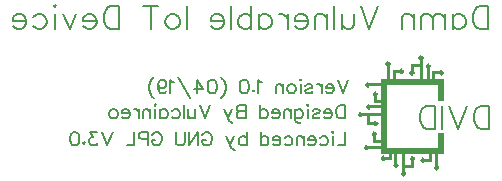
<source format=gbo>
G04 Layer: BottomSilkLayer*
G04 EasyEDA v5.9.42, Fri, 19 Apr 2019 11:27:39 GMT*
G04 62b01817c26747bfa47cc5f7c73cc831*
G04 Gerber Generator version 0.2*
G04 Scale: 100 percent, Rotated: No, Reflected: No *
G04 Dimensions in millimeters *
G04 leading zeros omitted , absolute positions ,3 integer and 3 decimal *
%FSLAX33Y33*%
%MOMM*%
G90*
G71D02*

%ADD10C,0.254000*%
%ADD22C,0.203200*%

%LPD*%
G54D22*
G01X44364Y40724D02*
G01X44364Y38784D01*
G01X44364Y40724D02*
G01X43717Y40724D01*
G01X43440Y40632D01*
G01X43255Y40447D01*
G01X43163Y40262D01*
G01X43071Y39985D01*
G01X43071Y39523D01*
G01X43163Y39246D01*
G01X43255Y39061D01*
G01X43440Y38877D01*
G01X43717Y38784D01*
G01X44364Y38784D01*
G01X42461Y40724D02*
G01X41722Y38784D01*
G01X40983Y40724D02*
G01X41722Y38784D01*
G01X40374Y40724D02*
G01X40374Y38784D01*
G01X39764Y40724D02*
G01X39764Y38784D01*
G01X39764Y40724D02*
G01X39118Y40724D01*
G01X38840Y40632D01*
G01X38656Y40447D01*
G01X38563Y40262D01*
G01X38471Y39985D01*
G01X38471Y39523D01*
G01X38563Y39246D01*
G01X38656Y39061D01*
G01X38840Y38877D01*
G01X39118Y38784D01*
G01X39764Y38784D01*
G01X32450Y42923D02*
G01X32013Y41778D01*
G01X31577Y42923D02*
G01X32013Y41778D01*
G01X31217Y42214D02*
G01X30563Y42214D01*
G01X30563Y42323D01*
G01X30617Y42432D01*
G01X30672Y42487D01*
G01X30781Y42541D01*
G01X30944Y42541D01*
G01X31053Y42487D01*
G01X31163Y42378D01*
G01X31217Y42214D01*
G01X31217Y42105D01*
G01X31163Y41941D01*
G01X31053Y41832D01*
G01X30944Y41778D01*
G01X30781Y41778D01*
G01X30672Y41832D01*
G01X30563Y41941D01*
G01X30203Y42541D02*
G01X30203Y41778D01*
G01X30203Y42214D02*
G01X30148Y42378D01*
G01X30039Y42487D01*
G01X29930Y42541D01*
G01X29766Y42541D01*
G01X28806Y42378D02*
G01X28861Y42487D01*
G01X29024Y42541D01*
G01X29188Y42541D01*
G01X29352Y42487D01*
G01X29406Y42378D01*
G01X29352Y42269D01*
G01X29243Y42214D01*
G01X28970Y42160D01*
G01X28861Y42105D01*
G01X28806Y41996D01*
G01X28806Y41941D01*
G01X28861Y41832D01*
G01X29024Y41778D01*
G01X29188Y41778D01*
G01X29352Y41832D01*
G01X29406Y41941D01*
G01X28446Y42923D02*
G01X28392Y42869D01*
G01X28337Y42923D01*
G01X28392Y42978D01*
G01X28446Y42923D01*
G01X28392Y42541D02*
G01X28392Y41778D01*
G01X27704Y42541D02*
G01X27813Y42487D01*
G01X27923Y42378D01*
G01X27977Y42214D01*
G01X27977Y42105D01*
G01X27923Y41941D01*
G01X27813Y41832D01*
G01X27704Y41778D01*
G01X27541Y41778D01*
G01X27432Y41832D01*
G01X27323Y41941D01*
G01X27268Y42105D01*
G01X27268Y42214D01*
G01X27323Y42378D01*
G01X27432Y42487D01*
G01X27541Y42541D01*
G01X27704Y42541D01*
G01X26908Y42541D02*
G01X26908Y41778D01*
G01X26908Y42323D02*
G01X26744Y42487D01*
G01X26635Y42541D01*
G01X26472Y42541D01*
G01X26363Y42487D01*
G01X26308Y42323D01*
G01X26308Y41778D01*
G01X25108Y42705D02*
G01X24999Y42760D01*
G01X24835Y42923D01*
G01X24835Y41778D01*
G01X24421Y42050D02*
G01X24475Y41996D01*
G01X24421Y41941D01*
G01X24366Y41996D01*
G01X24421Y42050D01*
G01X23679Y42923D02*
G01X23843Y42869D01*
G01X23952Y42705D01*
G01X24006Y42432D01*
G01X24006Y42269D01*
G01X23952Y41996D01*
G01X23843Y41832D01*
G01X23679Y41778D01*
G01X23570Y41778D01*
G01X23406Y41832D01*
G01X23297Y41996D01*
G01X23243Y42269D01*
G01X23243Y42432D01*
G01X23297Y42705D01*
G01X23406Y42869D01*
G01X23570Y42923D01*
G01X23679Y42923D01*
G01X21661Y43141D02*
G01X21770Y43032D01*
G01X21879Y42869D01*
G01X21988Y42650D01*
G01X22043Y42378D01*
G01X22043Y42160D01*
G01X21988Y41887D01*
G01X21879Y41669D01*
G01X21770Y41505D01*
G01X21661Y41396D01*
G01X20973Y42923D02*
G01X21137Y42869D01*
G01X21246Y42705D01*
G01X21301Y42432D01*
G01X21301Y42269D01*
G01X21246Y41996D01*
G01X21137Y41832D01*
G01X20973Y41778D01*
G01X20864Y41778D01*
G01X20701Y41832D01*
G01X20592Y41996D01*
G01X20537Y42269D01*
G01X20537Y42432D01*
G01X20592Y42705D01*
G01X20701Y42869D01*
G01X20864Y42923D01*
G01X20973Y42923D01*
G01X19632Y42923D02*
G01X20177Y42160D01*
G01X19359Y42160D01*
G01X19632Y42923D02*
G01X19632Y41778D01*
G01X18017Y43141D02*
G01X18999Y41396D01*
G01X17657Y42705D02*
G01X17548Y42760D01*
G01X17384Y42923D01*
G01X17384Y41778D01*
G01X16315Y42541D02*
G01X16370Y42378D01*
G01X16479Y42269D01*
G01X16643Y42214D01*
G01X16697Y42214D01*
G01X16861Y42269D01*
G01X16970Y42378D01*
G01X17024Y42541D01*
G01X17024Y42596D01*
G01X16970Y42760D01*
G01X16861Y42869D01*
G01X16697Y42923D01*
G01X16643Y42923D01*
G01X16479Y42869D01*
G01X16370Y42760D01*
G01X16315Y42541D01*
G01X16315Y42269D01*
G01X16370Y41996D01*
G01X16479Y41832D01*
G01X16643Y41778D01*
G01X16752Y41778D01*
G01X16915Y41832D01*
G01X16970Y41941D01*
G01X15955Y43141D02*
G01X15846Y43032D01*
G01X15737Y42869D01*
G01X15628Y42650D01*
G01X15573Y42378D01*
G01X15573Y42160D01*
G01X15628Y41887D01*
G01X15737Y41669D01*
G01X15846Y41505D01*
G01X15955Y41396D01*
G01X44279Y49145D02*
G01X44279Y47205D01*
G01X44279Y49145D02*
G01X43632Y49145D01*
G01X43355Y49053D01*
G01X43170Y48868D01*
G01X43078Y48683D01*
G01X42986Y48406D01*
G01X42986Y47944D01*
G01X43078Y47667D01*
G01X43170Y47482D01*
G01X43355Y47298D01*
G01X43632Y47205D01*
G01X44279Y47205D01*
G01X41268Y48498D02*
G01X41268Y47205D01*
G01X41268Y48221D02*
G01X41452Y48406D01*
G01X41637Y48498D01*
G01X41914Y48498D01*
G01X42099Y48406D01*
G01X42284Y48221D01*
G01X42376Y47944D01*
G01X42376Y47760D01*
G01X42284Y47482D01*
G01X42099Y47298D01*
G01X41914Y47205D01*
G01X41637Y47205D01*
G01X41452Y47298D01*
G01X41268Y47482D01*
G01X40658Y48498D02*
G01X40658Y47205D01*
G01X40658Y48129D02*
G01X40381Y48406D01*
G01X40196Y48498D01*
G01X39919Y48498D01*
G01X39734Y48406D01*
G01X39642Y48129D01*
G01X39642Y47205D01*
G01X39642Y48129D02*
G01X39365Y48406D01*
G01X39180Y48498D01*
G01X38903Y48498D01*
G01X38718Y48406D01*
G01X38626Y48129D01*
G01X38626Y47205D01*
G01X38016Y48498D02*
G01X38016Y47205D01*
G01X38016Y48129D02*
G01X37739Y48406D01*
G01X37555Y48498D01*
G01X37277Y48498D01*
G01X37093Y48406D01*
G01X37000Y48129D01*
G01X37000Y47205D01*
G01X34968Y49145D02*
G01X34229Y47205D01*
G01X33491Y49145D02*
G01X34229Y47205D01*
G01X32881Y48498D02*
G01X32881Y47575D01*
G01X32789Y47298D01*
G01X32604Y47205D01*
G01X32327Y47205D01*
G01X32142Y47298D01*
G01X31865Y47575D01*
G01X31865Y48498D02*
G01X31865Y47205D01*
G01X31255Y49145D02*
G01X31255Y47205D01*
G01X30646Y48498D02*
G01X30646Y47205D01*
G01X30646Y48129D02*
G01X30369Y48406D01*
G01X30184Y48498D01*
G01X29907Y48498D01*
G01X29722Y48406D01*
G01X29630Y48129D01*
G01X29630Y47205D01*
G01X29020Y47944D02*
G01X27912Y47944D01*
G01X27912Y48129D01*
G01X28004Y48314D01*
G01X28097Y48406D01*
G01X28281Y48498D01*
G01X28558Y48498D01*
G01X28743Y48406D01*
G01X28928Y48221D01*
G01X29020Y47944D01*
G01X29020Y47760D01*
G01X28928Y47482D01*
G01X28743Y47298D01*
G01X28558Y47205D01*
G01X28281Y47205D01*
G01X28097Y47298D01*
G01X27912Y47482D01*
G01X27302Y48498D02*
G01X27302Y47205D01*
G01X27302Y47944D02*
G01X27210Y48221D01*
G01X27025Y48406D01*
G01X26840Y48498D01*
G01X26563Y48498D01*
G01X24845Y48498D02*
G01X24845Y47205D01*
G01X24845Y48221D02*
G01X25030Y48406D01*
G01X25215Y48498D01*
G01X25492Y48498D01*
G01X25677Y48406D01*
G01X25861Y48221D01*
G01X25954Y47944D01*
G01X25954Y47760D01*
G01X25861Y47482D01*
G01X25677Y47298D01*
G01X25492Y47205D01*
G01X25215Y47205D01*
G01X25030Y47298D01*
G01X24845Y47482D01*
G01X24236Y49145D02*
G01X24236Y47205D01*
G01X24236Y48221D02*
G01X24051Y48406D01*
G01X23866Y48498D01*
G01X23589Y48498D01*
G01X23404Y48406D01*
G01X23220Y48221D01*
G01X23127Y47944D01*
G01X23127Y47760D01*
G01X23220Y47482D01*
G01X23404Y47298D01*
G01X23589Y47205D01*
G01X23866Y47205D01*
G01X24051Y47298D01*
G01X24236Y47482D01*
G01X22518Y49145D02*
G01X22518Y47205D01*
G01X21908Y47944D02*
G01X20800Y47944D01*
G01X20800Y48129D01*
G01X20892Y48314D01*
G01X20985Y48406D01*
G01X21169Y48498D01*
G01X21446Y48498D01*
G01X21631Y48406D01*
G01X21816Y48221D01*
G01X21908Y47944D01*
G01X21908Y47760D01*
G01X21816Y47482D01*
G01X21631Y47298D01*
G01X21446Y47205D01*
G01X21169Y47205D01*
G01X20985Y47298D01*
G01X20800Y47482D01*
G01X18768Y49145D02*
G01X18768Y47205D01*
G01X17696Y48498D02*
G01X17881Y48406D01*
G01X18066Y48221D01*
G01X18158Y47944D01*
G01X18158Y47760D01*
G01X18066Y47482D01*
G01X17881Y47298D01*
G01X17696Y47205D01*
G01X17419Y47205D01*
G01X17235Y47298D01*
G01X17050Y47482D01*
G01X16957Y47760D01*
G01X16957Y47944D01*
G01X17050Y48221D01*
G01X17235Y48406D01*
G01X17419Y48498D01*
G01X17696Y48498D01*
G01X15701Y49145D02*
G01X15701Y47205D01*
G01X16348Y49145D02*
G01X15055Y49145D01*
G01X13023Y49145D02*
G01X13023Y47205D01*
G01X13023Y49145D02*
G01X12376Y49145D01*
G01X12099Y49053D01*
G01X11914Y48868D01*
G01X11822Y48683D01*
G01X11730Y48406D01*
G01X11730Y47944D01*
G01X11822Y47667D01*
G01X11914Y47482D01*
G01X12099Y47298D01*
G01X12376Y47205D01*
G01X13023Y47205D01*
G01X11120Y47944D02*
G01X10012Y47944D01*
G01X10012Y48129D01*
G01X10104Y48314D01*
G01X10196Y48406D01*
G01X10381Y48498D01*
G01X10658Y48498D01*
G01X10843Y48406D01*
G01X11028Y48221D01*
G01X11120Y47944D01*
G01X11120Y47760D01*
G01X11028Y47482D01*
G01X10843Y47298D01*
G01X10658Y47205D01*
G01X10381Y47205D01*
G01X10196Y47298D01*
G01X10012Y47482D01*
G01X9402Y48498D02*
G01X8848Y47205D01*
G01X8294Y48498D02*
G01X8848Y47205D01*
G01X7684Y49145D02*
G01X7592Y49053D01*
G01X7499Y49145D01*
G01X7592Y49237D01*
G01X7684Y49145D01*
G01X7592Y48498D02*
G01X7592Y47205D01*
G01X5781Y48221D02*
G01X5966Y48406D01*
G01X6151Y48498D01*
G01X6428Y48498D01*
G01X6613Y48406D01*
G01X6797Y48221D01*
G01X6890Y47944D01*
G01X6890Y47760D01*
G01X6797Y47482D01*
G01X6613Y47298D01*
G01X6428Y47205D01*
G01X6151Y47205D01*
G01X5966Y47298D01*
G01X5781Y47482D01*
G01X5172Y47944D02*
G01X4064Y47944D01*
G01X4064Y48129D01*
G01X4156Y48314D01*
G01X4248Y48406D01*
G01X4433Y48498D01*
G01X4710Y48498D01*
G01X4895Y48406D01*
G01X5080Y48221D01*
G01X5172Y47944D01*
G01X5172Y47760D01*
G01X5080Y47482D01*
G01X4895Y47298D01*
G01X4710Y47205D01*
G01X4433Y47205D01*
G01X4248Y47298D01*
G01X4064Y47482D01*
G01X32166Y40801D02*
G01X32166Y39655D01*
G01X32166Y40801D02*
G01X31784Y40801D01*
G01X31621Y40746D01*
G01X31512Y40637D01*
G01X31457Y40528D01*
G01X31402Y40364D01*
G01X31402Y40092D01*
G01X31457Y39928D01*
G01X31512Y39819D01*
G01X31621Y39710D01*
G01X31784Y39655D01*
G01X32166Y39655D01*
G01X31042Y40092D02*
G01X30388Y40092D01*
G01X30388Y40201D01*
G01X30442Y40310D01*
G01X30497Y40364D01*
G01X30606Y40419D01*
G01X30770Y40419D01*
G01X30879Y40364D01*
G01X30988Y40255D01*
G01X31042Y40092D01*
G01X31042Y39983D01*
G01X30988Y39819D01*
G01X30879Y39710D01*
G01X30770Y39655D01*
G01X30606Y39655D01*
G01X30497Y39710D01*
G01X30388Y39819D01*
G01X29428Y40255D02*
G01X29482Y40364D01*
G01X29646Y40419D01*
G01X29810Y40419D01*
G01X29973Y40364D01*
G01X30028Y40255D01*
G01X29973Y40146D01*
G01X29864Y40092D01*
G01X29591Y40037D01*
G01X29482Y39983D01*
G01X29428Y39874D01*
G01X29428Y39819D01*
G01X29482Y39710D01*
G01X29646Y39655D01*
G01X29810Y39655D01*
G01X29973Y39710D01*
G01X30028Y39819D01*
G01X29068Y40801D02*
G01X29013Y40746D01*
G01X28959Y40801D01*
G01X29013Y40855D01*
G01X29068Y40801D01*
G01X29013Y40419D02*
G01X29013Y39655D01*
G01X27944Y40419D02*
G01X27944Y39546D01*
G01X27999Y39383D01*
G01X28053Y39328D01*
G01X28162Y39274D01*
G01X28326Y39274D01*
G01X28435Y39328D01*
G01X27944Y40255D02*
G01X28053Y40364D01*
G01X28162Y40419D01*
G01X28326Y40419D01*
G01X28435Y40364D01*
G01X28544Y40255D01*
G01X28599Y40092D01*
G01X28599Y39983D01*
G01X28544Y39819D01*
G01X28435Y39710D01*
G01X28326Y39655D01*
G01X28162Y39655D01*
G01X28053Y39710D01*
G01X27944Y39819D01*
G01X27584Y40419D02*
G01X27584Y39655D01*
G01X27584Y40201D02*
G01X27421Y40364D01*
G01X27312Y40419D01*
G01X27148Y40419D01*
G01X27039Y40364D01*
G01X26984Y40201D01*
G01X26984Y39655D01*
G01X26624Y40092D02*
G01X25970Y40092D01*
G01X25970Y40201D01*
G01X26024Y40310D01*
G01X26079Y40364D01*
G01X26188Y40419D01*
G01X26351Y40419D01*
G01X26461Y40364D01*
G01X26570Y40255D01*
G01X26624Y40092D01*
G01X26624Y39983D01*
G01X26570Y39819D01*
G01X26461Y39710D01*
G01X26351Y39655D01*
G01X26188Y39655D01*
G01X26079Y39710D01*
G01X25970Y39819D01*
G01X24955Y40801D02*
G01X24955Y39655D01*
G01X24955Y40255D02*
G01X25064Y40364D01*
G01X25173Y40419D01*
G01X25337Y40419D01*
G01X25446Y40364D01*
G01X25555Y40255D01*
G01X25610Y40092D01*
G01X25610Y39983D01*
G01X25555Y39819D01*
G01X25446Y39710D01*
G01X25337Y39655D01*
G01X25173Y39655D01*
G01X25064Y39710D01*
G01X24955Y39819D01*
G01X23755Y40801D02*
G01X23755Y39655D01*
G01X23755Y40801D02*
G01X23264Y40801D01*
G01X23101Y40746D01*
G01X23046Y40692D01*
G01X22992Y40583D01*
G01X22992Y40474D01*
G01X23046Y40364D01*
G01X23101Y40310D01*
G01X23264Y40255D01*
G01X23755Y40255D02*
G01X23264Y40255D01*
G01X23101Y40201D01*
G01X23046Y40146D01*
G01X22992Y40037D01*
G01X22992Y39874D01*
G01X23046Y39764D01*
G01X23101Y39710D01*
G01X23264Y39655D01*
G01X23755Y39655D01*
G01X22577Y40419D02*
G01X22250Y39655D01*
G01X21922Y40419D02*
G01X22250Y39655D01*
G01X22359Y39437D01*
G01X22468Y39328D01*
G01X22577Y39274D01*
G01X22632Y39274D01*
G01X20722Y40801D02*
G01X20286Y39655D01*
G01X19850Y40801D02*
G01X20286Y39655D01*
G01X19490Y40419D02*
G01X19490Y39874D01*
G01X19435Y39710D01*
G01X19326Y39655D01*
G01X19162Y39655D01*
G01X19053Y39710D01*
G01X18890Y39874D01*
G01X18890Y40419D02*
G01X18890Y39655D01*
G01X18530Y40801D02*
G01X18530Y39655D01*
G01X17515Y40255D02*
G01X17624Y40364D01*
G01X17733Y40419D01*
G01X17897Y40419D01*
G01X18006Y40364D01*
G01X18115Y40255D01*
G01X18170Y40092D01*
G01X18170Y39983D01*
G01X18115Y39819D01*
G01X18006Y39710D01*
G01X17897Y39655D01*
G01X17733Y39655D01*
G01X17624Y39710D01*
G01X17515Y39819D01*
G01X16501Y40419D02*
G01X16501Y39655D01*
G01X16501Y40255D02*
G01X16610Y40364D01*
G01X16719Y40419D01*
G01X16882Y40419D01*
G01X16992Y40364D01*
G01X17101Y40255D01*
G01X17155Y40092D01*
G01X17155Y39983D01*
G01X17101Y39819D01*
G01X16992Y39710D01*
G01X16882Y39655D01*
G01X16719Y39655D01*
G01X16610Y39710D01*
G01X16501Y39819D01*
G01X16141Y40801D02*
G01X16086Y40746D01*
G01X16032Y40801D01*
G01X16086Y40855D01*
G01X16141Y40801D01*
G01X16086Y40419D02*
G01X16086Y39655D01*
G01X15672Y40419D02*
G01X15672Y39655D01*
G01X15672Y40201D02*
G01X15508Y40364D01*
G01X15399Y40419D01*
G01X15235Y40419D01*
G01X15126Y40364D01*
G01X15072Y40201D01*
G01X15072Y39655D01*
G01X14712Y40419D02*
G01X14712Y39655D01*
G01X14712Y40092D02*
G01X14657Y40255D01*
G01X14548Y40364D01*
G01X14439Y40419D01*
G01X14275Y40419D01*
G01X13915Y40092D02*
G01X13261Y40092D01*
G01X13261Y40201D01*
G01X13315Y40310D01*
G01X13370Y40364D01*
G01X13479Y40419D01*
G01X13642Y40419D01*
G01X13752Y40364D01*
G01X13861Y40255D01*
G01X13915Y40092D01*
G01X13915Y39983D01*
G01X13861Y39819D01*
G01X13752Y39710D01*
G01X13642Y39655D01*
G01X13479Y39655D01*
G01X13370Y39710D01*
G01X13261Y39819D01*
G01X12628Y40419D02*
G01X12737Y40364D01*
G01X12846Y40255D01*
G01X12901Y40092D01*
G01X12901Y39983D01*
G01X12846Y39819D01*
G01X12737Y39710D01*
G01X12628Y39655D01*
G01X12464Y39655D01*
G01X12355Y39710D01*
G01X12246Y39819D01*
G01X12192Y39983D01*
G01X12192Y40092D01*
G01X12246Y40255D01*
G01X12355Y40364D01*
G01X12464Y40419D01*
G01X12628Y40419D01*
G01X32180Y38515D02*
G01X32180Y37369D01*
G01X32180Y37369D02*
G01X31526Y37369D01*
G01X31166Y38515D02*
G01X31111Y38460D01*
G01X31057Y38515D01*
G01X31111Y38569D01*
G01X31166Y38515D01*
G01X31111Y38133D02*
G01X31111Y37369D01*
G01X30042Y37969D02*
G01X30151Y38078D01*
G01X30260Y38133D01*
G01X30424Y38133D01*
G01X30533Y38078D01*
G01X30642Y37969D01*
G01X30697Y37806D01*
G01X30697Y37697D01*
G01X30642Y37533D01*
G01X30533Y37424D01*
G01X30424Y37369D01*
G01X30260Y37369D01*
G01X30151Y37424D01*
G01X30042Y37533D01*
G01X29682Y37806D02*
G01X29028Y37806D01*
G01X29028Y37915D01*
G01X29082Y38024D01*
G01X29137Y38078D01*
G01X29246Y38133D01*
G01X29409Y38133D01*
G01X29519Y38078D01*
G01X29628Y37969D01*
G01X29682Y37806D01*
G01X29682Y37697D01*
G01X29628Y37533D01*
G01X29519Y37424D01*
G01X29409Y37369D01*
G01X29246Y37369D01*
G01X29137Y37424D01*
G01X29028Y37533D01*
G01X28668Y38133D02*
G01X28668Y37369D01*
G01X28668Y37915D02*
G01X28504Y38078D01*
G01X28395Y38133D01*
G01X28231Y38133D01*
G01X28122Y38078D01*
G01X28068Y37915D01*
G01X28068Y37369D01*
G01X27053Y37969D02*
G01X27162Y38078D01*
G01X27271Y38133D01*
G01X27435Y38133D01*
G01X27544Y38078D01*
G01X27653Y37969D01*
G01X27708Y37806D01*
G01X27708Y37697D01*
G01X27653Y37533D01*
G01X27544Y37424D01*
G01X27435Y37369D01*
G01X27271Y37369D01*
G01X27162Y37424D01*
G01X27053Y37533D01*
G01X26693Y37806D02*
G01X26039Y37806D01*
G01X26039Y37915D01*
G01X26093Y38024D01*
G01X26148Y38078D01*
G01X26257Y38133D01*
G01X26420Y38133D01*
G01X26529Y38078D01*
G01X26639Y37969D01*
G01X26693Y37806D01*
G01X26693Y37697D01*
G01X26639Y37533D01*
G01X26529Y37424D01*
G01X26420Y37369D01*
G01X26257Y37369D01*
G01X26148Y37424D01*
G01X26039Y37533D01*
G01X25024Y38515D02*
G01X25024Y37369D01*
G01X25024Y37969D02*
G01X25133Y38078D01*
G01X25242Y38133D01*
G01X25406Y38133D01*
G01X25515Y38078D01*
G01X25624Y37969D01*
G01X25679Y37806D01*
G01X25679Y37697D01*
G01X25624Y37533D01*
G01X25515Y37424D01*
G01X25406Y37369D01*
G01X25242Y37369D01*
G01X25133Y37424D01*
G01X25024Y37533D01*
G01X23824Y38515D02*
G01X23824Y37369D01*
G01X23824Y37969D02*
G01X23715Y38078D01*
G01X23606Y38133D01*
G01X23442Y38133D01*
G01X23333Y38078D01*
G01X23224Y37969D01*
G01X23169Y37806D01*
G01X23169Y37697D01*
G01X23224Y37533D01*
G01X23333Y37424D01*
G01X23442Y37369D01*
G01X23606Y37369D01*
G01X23715Y37424D01*
G01X23824Y37533D01*
G01X22755Y38133D02*
G01X22428Y37369D01*
G01X22100Y38133D02*
G01X22428Y37369D01*
G01X22537Y37151D01*
G01X22646Y37042D01*
G01X22755Y36988D01*
G01X22809Y36988D01*
G01X20082Y38242D02*
G01X20137Y38351D01*
G01X20246Y38460D01*
G01X20355Y38515D01*
G01X20573Y38515D01*
G01X20682Y38460D01*
G01X20791Y38351D01*
G01X20846Y38242D01*
G01X20900Y38078D01*
G01X20900Y37806D01*
G01X20846Y37642D01*
G01X20791Y37533D01*
G01X20682Y37424D01*
G01X20573Y37369D01*
G01X20355Y37369D01*
G01X20246Y37424D01*
G01X20137Y37533D01*
G01X20082Y37642D01*
G01X20082Y37806D01*
G01X20355Y37806D02*
G01X20082Y37806D01*
G01X19722Y38515D02*
G01X19722Y37369D01*
G01X19722Y38515D02*
G01X18959Y37369D01*
G01X18959Y38515D02*
G01X18959Y37369D01*
G01X18599Y38515D02*
G01X18599Y37697D01*
G01X18544Y37533D01*
G01X18435Y37424D01*
G01X18271Y37369D01*
G01X18162Y37369D01*
G01X17999Y37424D01*
G01X17889Y37533D01*
G01X17835Y37697D01*
G01X17835Y38515D01*
G01X15817Y38242D02*
G01X15871Y38351D01*
G01X15980Y38460D01*
G01X16089Y38515D01*
G01X16308Y38515D01*
G01X16417Y38460D01*
G01X16526Y38351D01*
G01X16580Y38242D01*
G01X16635Y38078D01*
G01X16635Y37806D01*
G01X16580Y37642D01*
G01X16526Y37533D01*
G01X16417Y37424D01*
G01X16308Y37369D01*
G01X16089Y37369D01*
G01X15980Y37424D01*
G01X15871Y37533D01*
G01X15817Y37642D01*
G01X15817Y37806D01*
G01X16089Y37806D02*
G01X15817Y37806D01*
G01X15457Y38515D02*
G01X15457Y37369D01*
G01X15457Y38515D02*
G01X14966Y38515D01*
G01X14802Y38460D01*
G01X14748Y38406D01*
G01X14693Y38297D01*
G01X14693Y38133D01*
G01X14748Y38024D01*
G01X14802Y37969D01*
G01X14966Y37915D01*
G01X15457Y37915D01*
G01X14333Y38515D02*
G01X14333Y37369D01*
G01X14333Y37369D02*
G01X13679Y37369D01*
G01X12479Y38515D02*
G01X12042Y37369D01*
G01X11606Y38515D02*
G01X12042Y37369D01*
G01X11137Y38515D02*
G01X10537Y38515D01*
G01X10864Y38078D01*
G01X10700Y38078D01*
G01X10591Y38024D01*
G01X10537Y37969D01*
G01X10482Y37806D01*
G01X10482Y37697D01*
G01X10537Y37533D01*
G01X10646Y37424D01*
G01X10809Y37369D01*
G01X10973Y37369D01*
G01X11137Y37424D01*
G01X11191Y37478D01*
G01X11246Y37588D01*
G01X10068Y37642D02*
G01X10122Y37588D01*
G01X10068Y37533D01*
G01X10013Y37588D01*
G01X10068Y37642D01*
G01X9326Y38515D02*
G01X9489Y38460D01*
G01X9599Y38297D01*
G01X9653Y38024D01*
G01X9653Y37860D01*
G01X9599Y37588D01*
G01X9489Y37424D01*
G01X9326Y37369D01*
G01X9217Y37369D01*
G01X9053Y37424D01*
G01X8944Y37588D01*
G01X8890Y37860D01*
G01X8890Y38024D01*
G01X8944Y38297D01*
G01X9053Y38460D01*
G01X9217Y38515D01*
G01X9326Y38515D01*
G54D10*
G75*
G01X35931Y44280D02*
G03X35931Y44280I-127J0D01*
G01*
G75*
G01X37074Y43645D02*
G03X37074Y43645I-127J0D01*
G01*
G75*
G01X39360Y44090D02*
G03X39360Y44090I-127J0D01*
G01*
G75*
G01X40440Y43518D02*
G03X40440Y43518I-127J0D01*
G01*
G75*
G01X37963Y43518D02*
G03X37963Y43518I-127J0D01*
G01*
G75*
G01X38725Y44788D02*
G03X38725Y44788I-127J0D01*
G01*
G75*
G01X34122Y37200D02*
G03X34122Y37200I-127J0D01*
G01*
G75*
G01X34757Y38343D02*
G03X34757Y38343I-127J0D01*
G01*
G75*
G01X34312Y40629D02*
G03X34312Y40629I-127J0D01*
G01*
G75*
G01X34884Y41709D02*
G03X34884Y41709I-127J0D01*
G01*
G75*
G01X34884Y39232D02*
G03X34884Y39232I-127J0D01*
G01*
G75*
G01X33614Y39994D02*
G03X33614Y39994I-127J0D01*
G01*
G75*
G01X34217Y42502D02*
G03X34217Y42502I-127J0D01*
G01*
G75*
G01X40027Y35486D02*
G03X40027Y35486I-127J0D01*
G01*
G75*
G01X38884Y36121D02*
G03X38884Y36121I-127J0D01*
G01*
G75*
G01X36598Y35676D02*
G03X36598Y35676I-127J0D01*
G01*
G75*
G01X37995Y36248D02*
G03X37995Y36248I-127J0D01*
G01*
G75*
G01X37233Y34978D02*
G03X37233Y34978I-127J0D01*
G01*
G75*
G01X35550Y36279D02*
G03X35550Y36279I-127J0D01*
G01*
G36*
G01X39995Y38438D02*
G01X40503Y38438D01*
G01X40503Y36660D01*
G01X39995Y36660D01*
G01X39995Y38438D01*
G37*
G36*
G01X39995Y42883D02*
G01X40503Y42883D01*
G01X40503Y41105D01*
G01X39995Y41105D01*
G01X39995Y42883D01*
G37*
G36*
G01X35169Y43010D02*
G01X40503Y43010D01*
G01X40503Y42502D01*
G01X35169Y42502D01*
G01X35169Y43010D01*
G37*
G36*
G01X35169Y42883D02*
G01X35677Y42883D01*
G01X35677Y36660D01*
G01X35169Y36660D01*
G01X35169Y42883D01*
G37*
G36*
G01X35169Y37168D02*
G01X40503Y37168D01*
G01X40503Y36660D01*
G01X35169Y36660D01*
G01X35169Y37168D01*
G37*
G36*
G01X35677Y44280D02*
G01X35931Y44280D01*
G01X35931Y43010D01*
G01X35677Y43010D01*
G01X35677Y44280D01*
G37*
G36*
G01X36185Y43772D02*
G01X36439Y43772D01*
G01X36439Y43010D01*
G01X36185Y43010D01*
G01X36185Y43772D01*
G37*
G36*
G01X36185Y43772D02*
G01X36947Y43772D01*
G01X36947Y43518D01*
G01X36185Y43518D01*
G01X36185Y43772D01*
G37*
G36*
G01X37709Y44280D02*
G01X38471Y44280D01*
G01X38471Y44026D01*
G01X37709Y44026D01*
G01X37709Y44280D01*
G37*
G36*
G01X37709Y44280D02*
G01X37963Y44280D01*
G01X37963Y43518D01*
G01X37709Y43518D01*
G01X37709Y44280D01*
G37*
G36*
G01X38471Y44788D02*
G01X38725Y44788D01*
G01X38725Y43010D01*
G01X38471Y43010D01*
G01X38471Y44788D01*
G37*
G36*
G01X39106Y44089D02*
G01X39360Y44089D01*
G01X39360Y42819D01*
G01X39106Y42819D01*
G01X39106Y44089D01*
G37*
G36*
G01X39550Y43645D02*
G01X39804Y43645D01*
G01X39804Y42883D01*
G01X39550Y42883D01*
G01X39550Y43645D01*
G37*
G36*
G01X39550Y43645D02*
G01X40312Y43645D01*
G01X40312Y43391D01*
G01X39550Y43391D01*
G01X39550Y43645D01*
G37*
G36*
G01X33994Y37327D02*
G01X35264Y37327D01*
G01X35264Y37073D01*
G01X33994Y37073D01*
G01X33994Y37327D01*
G37*
G36*
G01X34502Y37835D02*
G01X35264Y37835D01*
G01X35264Y37581D01*
G01X34502Y37581D01*
G01X34502Y37835D01*
G37*
G36*
G01X34502Y38343D02*
G01X34756Y38343D01*
G01X34756Y37581D01*
G01X34502Y37581D01*
G01X34502Y38343D01*
G37*
G36*
G01X33994Y39867D02*
G01X34248Y39867D01*
G01X34248Y39105D01*
G01X33994Y39105D01*
G01X33994Y39867D01*
G37*
G36*
G01X33994Y39359D02*
G01X34756Y39359D01*
G01X34756Y39105D01*
G01X33994Y39105D01*
G01X33994Y39359D01*
G37*
G36*
G01X33486Y40121D02*
G01X35264Y40121D01*
G01X35264Y39867D01*
G01X33486Y39867D01*
G01X33486Y40121D01*
G37*
G36*
G01X34185Y40756D02*
G01X35455Y40756D01*
G01X35455Y40502D01*
G01X34185Y40502D01*
G01X34185Y40756D01*
G37*
G36*
G01X34629Y41200D02*
G01X35391Y41200D01*
G01X35391Y40946D01*
G01X34629Y40946D01*
G01X34629Y41200D01*
G37*
G36*
G01X34629Y41708D02*
G01X34883Y41708D01*
G01X34883Y40946D01*
G01X34629Y40946D01*
G01X34629Y41708D01*
G37*
G36*
G01X34089Y42629D02*
G01X35359Y42629D01*
G01X35359Y42375D01*
G01X34089Y42375D01*
G01X34089Y42629D01*
G37*
G36*
G01X39773Y36755D02*
G01X40027Y36755D01*
G01X40027Y35485D01*
G01X39773Y35485D01*
G01X39773Y36755D01*
G37*
G36*
G01X39265Y36755D02*
G01X39519Y36755D01*
G01X39519Y35993D01*
G01X39265Y35993D01*
G01X39265Y36755D01*
G37*
G36*
G01X38757Y36247D02*
G01X39519Y36247D01*
G01X39519Y35993D01*
G01X38757Y35993D01*
G01X38757Y36247D01*
G37*
G36*
G01X37233Y35739D02*
G01X37995Y35739D01*
G01X37995Y35485D01*
G01X37233Y35485D01*
G01X37233Y35739D01*
G37*
G36*
G01X37741Y36247D02*
G01X37995Y36247D01*
G01X37995Y35485D01*
G01X37741Y35485D01*
G01X37741Y36247D01*
G37*
G36*
G01X36979Y36755D02*
G01X37233Y36755D01*
G01X37233Y34977D01*
G01X36979Y34977D01*
G01X36979Y36755D01*
G37*
G36*
G01X36344Y36946D02*
G01X36598Y36946D01*
G01X36598Y35676D01*
G01X36344Y35676D01*
G01X36344Y36946D01*
G37*
G36*
G01X35899Y36882D02*
G01X36153Y36882D01*
G01X36153Y36120D01*
G01X35899Y36120D01*
G01X35899Y36882D01*
G37*
G36*
G01X35391Y36374D02*
G01X36153Y36374D01*
G01X36153Y36120D01*
G01X35391Y36120D01*
G01X35391Y36374D01*
G37*
M00*
M02*

</source>
